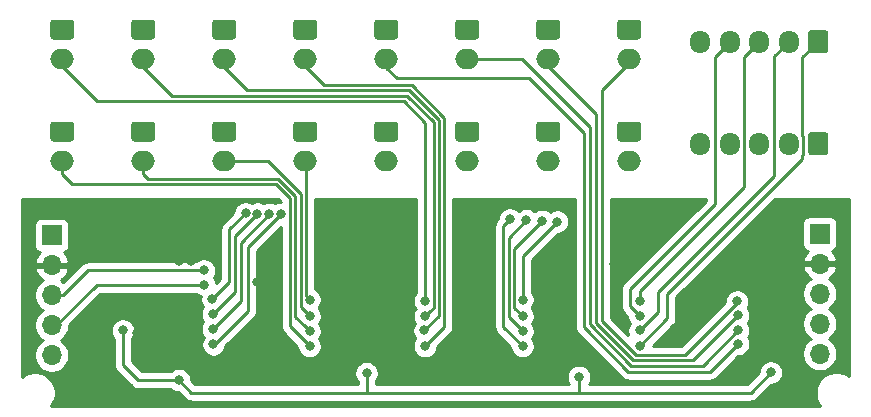
<source format=gbr>
%TF.GenerationSoftware,KiCad,Pcbnew,(5.1.9)-1*%
%TF.CreationDate,2022-02-13T18:11:30+09:00*%
%TF.ProjectId,joystick-input,6a6f7973-7469-4636-9b2d-696e7075742e,rev?*%
%TF.SameCoordinates,Original*%
%TF.FileFunction,Copper,L2,Bot*%
%TF.FilePolarity,Positive*%
%FSLAX46Y46*%
G04 Gerber Fmt 4.6, Leading zero omitted, Abs format (unit mm)*
G04 Created by KiCad (PCBNEW (5.1.9)-1) date 2022-02-13 18:11:30*
%MOMM*%
%LPD*%
G01*
G04 APERTURE LIST*
%TA.AperFunction,ComponentPad*%
%ADD10O,2.000000X1.700000*%
%TD*%
%TA.AperFunction,ComponentPad*%
%ADD11O,1.700000X1.950000*%
%TD*%
%TA.AperFunction,ComponentPad*%
%ADD12O,1.700000X1.700000*%
%TD*%
%TA.AperFunction,ComponentPad*%
%ADD13R,1.700000X1.700000*%
%TD*%
%TA.AperFunction,ViaPad*%
%ADD14C,0.800000*%
%TD*%
%TA.AperFunction,Conductor*%
%ADD15C,0.250000*%
%TD*%
%TA.AperFunction,Conductor*%
%ADD16C,0.254000*%
%TD*%
%TA.AperFunction,Conductor*%
%ADD17C,0.100000*%
%TD*%
G04 APERTURE END LIST*
D10*
%TO.P,J19,2*%
%TO.N,/C_P1_R*%
X97790000Y-67016000D03*
%TO.P,J19,1*%
%TO.N,/C_SHORT*%
%TA.AperFunction,ComponentPad*%
G36*
G01*
X97040000Y-63666000D02*
X98540000Y-63666000D01*
G75*
G02*
X98790000Y-63916000I0J-250000D01*
G01*
X98790000Y-65116000D01*
G75*
G02*
X98540000Y-65366000I-250000J0D01*
G01*
X97040000Y-65366000D01*
G75*
G02*
X96790000Y-65116000I0J250000D01*
G01*
X96790000Y-63916000D01*
G75*
G02*
X97040000Y-63666000I250000J0D01*
G01*
G37*
%TD.AperFunction*%
%TD*%
%TO.P,J18,2*%
%TO.N,/C_P1_L*%
X104648000Y-67016000D03*
%TO.P,J18,1*%
%TO.N,/C_SHORT*%
%TA.AperFunction,ComponentPad*%
G36*
G01*
X103898000Y-63666000D02*
X105398000Y-63666000D01*
G75*
G02*
X105648000Y-63916000I0J-250000D01*
G01*
X105648000Y-65116000D01*
G75*
G02*
X105398000Y-65366000I-250000J0D01*
G01*
X103898000Y-65366000D01*
G75*
G02*
X103648000Y-65116000I0J250000D01*
G01*
X103648000Y-63916000D01*
G75*
G02*
X103898000Y-63666000I250000J0D01*
G01*
G37*
%TD.AperFunction*%
%TD*%
%TO.P,J17,2*%
%TO.N,/C_P1_Y*%
X111506000Y-67016000D03*
%TO.P,J17,1*%
%TO.N,/C_SHORT*%
%TA.AperFunction,ComponentPad*%
G36*
G01*
X110756000Y-63666000D02*
X112256000Y-63666000D01*
G75*
G02*
X112506000Y-63916000I0J-250000D01*
G01*
X112506000Y-65116000D01*
G75*
G02*
X112256000Y-65366000I-250000J0D01*
G01*
X110756000Y-65366000D01*
G75*
G02*
X110506000Y-65116000I0J250000D01*
G01*
X110506000Y-63916000D01*
G75*
G02*
X110756000Y-63666000I250000J0D01*
G01*
G37*
%TD.AperFunction*%
%TD*%
%TO.P,J16,2*%
%TO.N,/C_P1_X*%
X118364000Y-67016000D03*
%TO.P,J16,1*%
%TO.N,/C_SHORT*%
%TA.AperFunction,ComponentPad*%
G36*
G01*
X117614000Y-63666000D02*
X119114000Y-63666000D01*
G75*
G02*
X119364000Y-63916000I0J-250000D01*
G01*
X119364000Y-65116000D01*
G75*
G02*
X119114000Y-65366000I-250000J0D01*
G01*
X117614000Y-65366000D01*
G75*
G02*
X117364000Y-65116000I0J250000D01*
G01*
X117364000Y-63916000D01*
G75*
G02*
X117614000Y-63666000I250000J0D01*
G01*
G37*
%TD.AperFunction*%
%TD*%
%TO.P,J15,2*%
%TO.N,/C_P1_B*%
X125222000Y-67016000D03*
%TO.P,J15,1*%
%TO.N,/C_SHORT*%
%TA.AperFunction,ComponentPad*%
G36*
G01*
X124472000Y-63666000D02*
X125972000Y-63666000D01*
G75*
G02*
X126222000Y-63916000I0J-250000D01*
G01*
X126222000Y-65116000D01*
G75*
G02*
X125972000Y-65366000I-250000J0D01*
G01*
X124472000Y-65366000D01*
G75*
G02*
X124222000Y-65116000I0J250000D01*
G01*
X124222000Y-63916000D01*
G75*
G02*
X124472000Y-63666000I250000J0D01*
G01*
G37*
%TD.AperFunction*%
%TD*%
%TO.P,J14,2*%
%TO.N,/C_P1_A*%
X132080000Y-67016000D03*
%TO.P,J14,1*%
%TO.N,/C_SHORT*%
%TA.AperFunction,ComponentPad*%
G36*
G01*
X131330000Y-63666000D02*
X132830000Y-63666000D01*
G75*
G02*
X133080000Y-63916000I0J-250000D01*
G01*
X133080000Y-65116000D01*
G75*
G02*
X132830000Y-65366000I-250000J0D01*
G01*
X131330000Y-65366000D01*
G75*
G02*
X131080000Y-65116000I0J250000D01*
G01*
X131080000Y-63916000D01*
G75*
G02*
X131330000Y-63666000I250000J0D01*
G01*
G37*
%TD.AperFunction*%
%TD*%
%TO.P,J13,2*%
%TO.N,/C_P1_SELECT*%
X138938000Y-67016000D03*
%TO.P,J13,1*%
%TO.N,/C_SHORT*%
%TA.AperFunction,ComponentPad*%
G36*
G01*
X138188000Y-63666000D02*
X139688000Y-63666000D01*
G75*
G02*
X139938000Y-63916000I0J-250000D01*
G01*
X139938000Y-65116000D01*
G75*
G02*
X139688000Y-65366000I-250000J0D01*
G01*
X138188000Y-65366000D01*
G75*
G02*
X137938000Y-65116000I0J250000D01*
G01*
X137938000Y-63916000D01*
G75*
G02*
X138188000Y-63666000I250000J0D01*
G01*
G37*
%TD.AperFunction*%
%TD*%
%TO.P,J29,2*%
%TO.N,/C_P2_R*%
X97790000Y-75652000D03*
%TO.P,J29,1*%
%TO.N,/C_SHORT*%
%TA.AperFunction,ComponentPad*%
G36*
G01*
X97040000Y-72302000D02*
X98540000Y-72302000D01*
G75*
G02*
X98790000Y-72552000I0J-250000D01*
G01*
X98790000Y-73752000D01*
G75*
G02*
X98540000Y-74002000I-250000J0D01*
G01*
X97040000Y-74002000D01*
G75*
G02*
X96790000Y-73752000I0J250000D01*
G01*
X96790000Y-72552000D01*
G75*
G02*
X97040000Y-72302000I250000J0D01*
G01*
G37*
%TD.AperFunction*%
%TD*%
%TO.P,J28,2*%
%TO.N,/C_P2_L*%
X104648000Y-75652000D03*
%TO.P,J28,1*%
%TO.N,/C_SHORT*%
%TA.AperFunction,ComponentPad*%
G36*
G01*
X103898000Y-72302000D02*
X105398000Y-72302000D01*
G75*
G02*
X105648000Y-72552000I0J-250000D01*
G01*
X105648000Y-73752000D01*
G75*
G02*
X105398000Y-74002000I-250000J0D01*
G01*
X103898000Y-74002000D01*
G75*
G02*
X103648000Y-73752000I0J250000D01*
G01*
X103648000Y-72552000D01*
G75*
G02*
X103898000Y-72302000I250000J0D01*
G01*
G37*
%TD.AperFunction*%
%TD*%
%TO.P,J27,2*%
%TO.N,/C_P2_Y*%
X111506000Y-75652000D03*
%TO.P,J27,1*%
%TO.N,/C_SHORT*%
%TA.AperFunction,ComponentPad*%
G36*
G01*
X110756000Y-72302000D02*
X112256000Y-72302000D01*
G75*
G02*
X112506000Y-72552000I0J-250000D01*
G01*
X112506000Y-73752000D01*
G75*
G02*
X112256000Y-74002000I-250000J0D01*
G01*
X110756000Y-74002000D01*
G75*
G02*
X110506000Y-73752000I0J250000D01*
G01*
X110506000Y-72552000D01*
G75*
G02*
X110756000Y-72302000I250000J0D01*
G01*
G37*
%TD.AperFunction*%
%TD*%
%TO.P,J26,2*%
%TO.N,/C_P2_X*%
X118364000Y-75652000D03*
%TO.P,J26,1*%
%TO.N,/C_SHORT*%
%TA.AperFunction,ComponentPad*%
G36*
G01*
X117614000Y-72302000D02*
X119114000Y-72302000D01*
G75*
G02*
X119364000Y-72552000I0J-250000D01*
G01*
X119364000Y-73752000D01*
G75*
G02*
X119114000Y-74002000I-250000J0D01*
G01*
X117614000Y-74002000D01*
G75*
G02*
X117364000Y-73752000I0J250000D01*
G01*
X117364000Y-72552000D01*
G75*
G02*
X117614000Y-72302000I250000J0D01*
G01*
G37*
%TD.AperFunction*%
%TD*%
%TO.P,J25,2*%
%TO.N,/C_P2_B*%
X125222000Y-75652000D03*
%TO.P,J25,1*%
%TO.N,/C_SHORT*%
%TA.AperFunction,ComponentPad*%
G36*
G01*
X124472000Y-72302000D02*
X125972000Y-72302000D01*
G75*
G02*
X126222000Y-72552000I0J-250000D01*
G01*
X126222000Y-73752000D01*
G75*
G02*
X125972000Y-74002000I-250000J0D01*
G01*
X124472000Y-74002000D01*
G75*
G02*
X124222000Y-73752000I0J250000D01*
G01*
X124222000Y-72552000D01*
G75*
G02*
X124472000Y-72302000I250000J0D01*
G01*
G37*
%TD.AperFunction*%
%TD*%
%TO.P,J24,2*%
%TO.N,/C_P2_A*%
X132080000Y-75652000D03*
%TO.P,J24,1*%
%TO.N,/C_SHORT*%
%TA.AperFunction,ComponentPad*%
G36*
G01*
X131330000Y-72302000D02*
X132830000Y-72302000D01*
G75*
G02*
X133080000Y-72552000I0J-250000D01*
G01*
X133080000Y-73752000D01*
G75*
G02*
X132830000Y-74002000I-250000J0D01*
G01*
X131330000Y-74002000D01*
G75*
G02*
X131080000Y-73752000I0J250000D01*
G01*
X131080000Y-72552000D01*
G75*
G02*
X131330000Y-72302000I250000J0D01*
G01*
G37*
%TD.AperFunction*%
%TD*%
%TO.P,J23,2*%
%TO.N,/C_P2_SELECT*%
X138938000Y-75652000D03*
%TO.P,J23,1*%
%TO.N,/C_SHORT*%
%TA.AperFunction,ComponentPad*%
G36*
G01*
X138188000Y-72302000D02*
X139688000Y-72302000D01*
G75*
G02*
X139938000Y-72552000I0J-250000D01*
G01*
X139938000Y-73752000D01*
G75*
G02*
X139688000Y-74002000I-250000J0D01*
G01*
X138188000Y-74002000D01*
G75*
G02*
X137938000Y-73752000I0J250000D01*
G01*
X137938000Y-72552000D01*
G75*
G02*
X138188000Y-72302000I250000J0D01*
G01*
G37*
%TD.AperFunction*%
%TD*%
%TO.P,J12,2*%
%TO.N,/C_P1_START*%
X145796000Y-67016000D03*
%TO.P,J12,1*%
%TO.N,/C_SHORT*%
%TA.AperFunction,ComponentPad*%
G36*
G01*
X145046000Y-63666000D02*
X146546000Y-63666000D01*
G75*
G02*
X146796000Y-63916000I0J-250000D01*
G01*
X146796000Y-65116000D01*
G75*
G02*
X146546000Y-65366000I-250000J0D01*
G01*
X145046000Y-65366000D01*
G75*
G02*
X144796000Y-65116000I0J250000D01*
G01*
X144796000Y-63916000D01*
G75*
G02*
X145046000Y-63666000I250000J0D01*
G01*
G37*
%TD.AperFunction*%
%TD*%
D11*
%TO.P,J11,5*%
%TO.N,/C_SHORT*%
X151798000Y-65532000D03*
%TO.P,J11,4*%
%TO.N,/C_P1_LEFT*%
X154298000Y-65532000D03*
%TO.P,J11,3*%
%TO.N,/C_P1_RIGHT*%
X156798000Y-65532000D03*
%TO.P,J11,2*%
%TO.N,/C_P1_DOWN*%
X159298000Y-65532000D03*
%TO.P,J11,1*%
%TO.N,/C_P1_UP*%
%TA.AperFunction,ComponentPad*%
G36*
G01*
X162648000Y-64807000D02*
X162648000Y-66257000D01*
G75*
G02*
X162398000Y-66507000I-250000J0D01*
G01*
X161198000Y-66507000D01*
G75*
G02*
X160948000Y-66257000I0J250000D01*
G01*
X160948000Y-64807000D01*
G75*
G02*
X161198000Y-64557000I250000J0D01*
G01*
X162398000Y-64557000D01*
G75*
G02*
X162648000Y-64807000I0J-250000D01*
G01*
G37*
%TD.AperFunction*%
%TD*%
D10*
%TO.P,J22,2*%
%TO.N,/C_P2_START*%
X145796000Y-75652000D03*
%TO.P,J22,1*%
%TO.N,/C_SHORT*%
%TA.AperFunction,ComponentPad*%
G36*
G01*
X145046000Y-72302000D02*
X146546000Y-72302000D01*
G75*
G02*
X146796000Y-72552000I0J-250000D01*
G01*
X146796000Y-73752000D01*
G75*
G02*
X146546000Y-74002000I-250000J0D01*
G01*
X145046000Y-74002000D01*
G75*
G02*
X144796000Y-73752000I0J250000D01*
G01*
X144796000Y-72552000D01*
G75*
G02*
X145046000Y-72302000I250000J0D01*
G01*
G37*
%TD.AperFunction*%
%TD*%
D11*
%TO.P,J21,5*%
%TO.N,/C_SHORT*%
X151798000Y-74168000D03*
%TO.P,J21,4*%
%TO.N,/C_P2_LEFT*%
X154298000Y-74168000D03*
%TO.P,J21,3*%
%TO.N,/C_P2_RIGHT*%
X156798000Y-74168000D03*
%TO.P,J21,2*%
%TO.N,/C_P2_DOWN*%
X159298000Y-74168000D03*
%TO.P,J21,1*%
%TO.N,/C_P2_UP*%
%TA.AperFunction,ComponentPad*%
G36*
G01*
X162648000Y-73443000D02*
X162648000Y-74893000D01*
G75*
G02*
X162398000Y-75143000I-250000J0D01*
G01*
X161198000Y-75143000D01*
G75*
G02*
X160948000Y-74893000I0J250000D01*
G01*
X160948000Y-73443000D01*
G75*
G02*
X161198000Y-73193000I250000J0D01*
G01*
X162398000Y-73193000D01*
G75*
G02*
X162648000Y-73443000I0J-250000D01*
G01*
G37*
%TD.AperFunction*%
%TD*%
D12*
%TO.P,OUT1,5*%
%TO.N,/D_OUT*%
X161925000Y-91948000D03*
%TO.P,OUT1,4*%
%TO.N,/CLK*%
X161925000Y-89408000D03*
%TO.P,OUT1,3*%
%TO.N,/LOAD*%
X161925000Y-86868000D03*
%TO.P,OUT1,2*%
%TO.N,GND*%
X161925000Y-84328000D03*
D13*
%TO.P,OUT1,1*%
%TO.N,VCC*%
X161925000Y-81788000D03*
%TD*%
D12*
%TO.P,IN1,5*%
%TO.N,/D_IN*%
X96901000Y-92075000D03*
%TO.P,IN1,4*%
%TO.N,/CLK*%
X96901000Y-89535000D03*
%TO.P,IN1,3*%
%TO.N,/LOAD*%
X96901000Y-86995000D03*
%TO.P,IN1,2*%
%TO.N,GND*%
X96901000Y-84455000D03*
D13*
%TO.P,IN1,1*%
%TO.N,VCC*%
X96901000Y-81915000D03*
%TD*%
D14*
%TO.N,/PULL*%
X141541492Y-93916490D03*
X123571001Y-93598999D03*
X157797494Y-93535491D03*
X102933494Y-89979500D03*
X107671506Y-94194994D03*
%TO.N,GND*%
X114617500Y-90551000D03*
X127508000Y-84328000D03*
X120650000Y-93345000D03*
X123571000Y-89662000D03*
X126809500Y-93408500D03*
X138366500Y-93535500D03*
X132651500Y-89598500D03*
X109220000Y-92837000D03*
X132778500Y-85852000D03*
X150812500Y-89281000D03*
X148780500Y-81661000D03*
X158115000Y-81534000D03*
X145669000Y-84328000D03*
X156654500Y-81534000D03*
X147447000Y-81597500D03*
X157607000Y-86360000D03*
X141732000Y-91376500D03*
X156718000Y-92456000D03*
X159004000Y-92456000D03*
X146113500Y-81597500D03*
X126174500Y-84328000D03*
X124650500Y-84328000D03*
X104140000Y-90170012D03*
X114263010Y-85852000D03*
X107696000Y-84074000D03*
X108712000Y-84074000D03*
X144526000Y-84328000D03*
%TO.N,/LOAD*%
X109791500Y-84899500D03*
%TO.N,/CLK*%
X109791500Y-86106000D03*
%TO.N,/C_P1_START*%
X154939980Y-87519510D03*
%TO.N,/C_P1_SELECT*%
X155003500Y-88709500D03*
%TO.N,/C_P1_A*%
X155003503Y-89979513D03*
%TO.N,/C_P1_B*%
X155003500Y-91122500D03*
%TO.N,/C_P1_UP*%
X146685000Y-91313000D03*
%TO.N,/C_P1_DOWN*%
X146685000Y-89979500D03*
%TO.N,/C_P1_LEFT*%
X146685000Y-88773000D03*
%TO.N,/C_P1_RIGHT*%
X146685000Y-87503000D03*
%TO.N,/C_P1_X*%
X128524000Y-91313000D03*
%TO.N,/C_P1_Y*%
X128460506Y-89979500D03*
%TO.N,/C_P1_L*%
X128528660Y-88773000D03*
%TO.N,/C_P1_R*%
X128528660Y-87479701D03*
%TO.N,/C_P2_START*%
X110591600Y-91160600D03*
X116332000Y-80130956D03*
%TO.N,/C_P2_SELECT*%
X110553500Y-89852500D03*
X115318280Y-80119356D03*
%TO.N,/C_P2_A*%
X110553500Y-88582500D03*
X114318458Y-80093859D03*
%TO.N,/C_P2_B*%
X110515400Y-87350600D03*
X113318898Y-80063810D03*
%TO.N,/C_P2_UP*%
X136779000Y-87376000D03*
X139700000Y-80772000D03*
%TO.N,/C_P2_DOWN*%
X136779000Y-88773000D03*
X138430000Y-80708500D03*
%TO.N,/C_P2_LEFT*%
X136779000Y-90043000D03*
X137096500Y-80645000D03*
%TO.N,/C_P2_RIGHT*%
X136779000Y-91313000D03*
X135699500Y-80580967D03*
%TO.N,/C_P2_X*%
X118744998Y-87376000D03*
%TO.N,/C_P2_Y*%
X118745000Y-88773000D03*
%TO.N,/C_P2_L*%
X118745000Y-90043000D03*
%TO.N,/C_P2_R*%
X118745000Y-91313000D03*
%TD*%
D15*
%TO.N,/PULL*%
X123571000Y-93599000D02*
X123571001Y-93598999D01*
X123571000Y-95250000D02*
X123571000Y-93599000D01*
X126746000Y-95250000D02*
X123571000Y-95250000D01*
X141541492Y-95186492D02*
X141541492Y-93916490D01*
X141605000Y-95250000D02*
X141541492Y-95186492D01*
X148336000Y-95250000D02*
X141605000Y-95250000D01*
X148336000Y-95250000D02*
X156082985Y-95250000D01*
X156082985Y-95250000D02*
X157797494Y-93535491D01*
X102933494Y-89979500D02*
X102933494Y-92900494D01*
X148336000Y-95250000D02*
X108726512Y-95250000D01*
X108726512Y-95250000D02*
X107671506Y-94194994D01*
X102933494Y-92900494D02*
X104227994Y-94194994D01*
X104227994Y-94194994D02*
X107671506Y-94194994D01*
%TO.N,/LOAD*%
X97847002Y-86995000D02*
X96901000Y-86995000D01*
X99942502Y-84899500D02*
X97847002Y-86995000D01*
X109791500Y-84899500D02*
X99942502Y-84899500D01*
%TO.N,/CLK*%
X100711000Y-86106000D02*
X109791500Y-86106000D01*
X97282000Y-89535000D02*
X100711000Y-86106000D01*
X96901000Y-89535000D02*
X97282000Y-89535000D01*
%TO.N,/C_P1_START*%
X145796000Y-67373500D02*
X145796000Y-67016000D01*
X143510000Y-69659500D02*
X145796000Y-67373500D01*
X143510000Y-89211004D02*
X143510000Y-69659500D01*
X146336997Y-92038001D02*
X143510000Y-89211004D01*
X150531999Y-92038001D02*
X146336997Y-92038001D01*
X154939980Y-87630020D02*
X150531999Y-92038001D01*
X154939980Y-87519510D02*
X154939980Y-87630020D01*
%TO.N,/C_P1_SELECT*%
X138938000Y-67627500D02*
X138938000Y-67016000D01*
X143002000Y-89339414D02*
X143002000Y-71691500D01*
X143002000Y-71691500D02*
X138938000Y-67627500D01*
X146150596Y-92488010D02*
X143002000Y-89339414D01*
X151224989Y-92488011D02*
X146150596Y-92488010D01*
X155003500Y-88709500D02*
X151224989Y-92488011D01*
%TO.N,/C_P1_A*%
X152019016Y-92964000D02*
X155003503Y-89979513D01*
X145990176Y-92964000D02*
X152019016Y-92964000D01*
X142494000Y-89467824D02*
X145990176Y-92964000D01*
X142494000Y-72771000D02*
X142494000Y-89467824D01*
X136739000Y-67016000D02*
X142494000Y-72771000D01*
X132080000Y-67016000D02*
X136739000Y-67016000D01*
%TO.N,/C_P1_B*%
X152654000Y-93472000D02*
X155003500Y-91122500D01*
X145732500Y-93472000D02*
X152654000Y-93472000D01*
X141986000Y-89725500D02*
X145732500Y-93472000D01*
X141986000Y-73279000D02*
X141986000Y-89725500D01*
X137350500Y-68643500D02*
X141986000Y-73279000D01*
X126111000Y-68643500D02*
X137350500Y-68643500D01*
X125222000Y-67754500D02*
X126111000Y-68643500D01*
X125222000Y-67016000D02*
X125222000Y-67754500D01*
%TO.N,/C_P1_UP*%
X160464500Y-66865500D02*
X161798000Y-65532000D01*
X160464500Y-73547785D02*
X160464500Y-66865500D01*
X160473010Y-73556295D02*
X160464500Y-73547785D01*
X160473010Y-75160705D02*
X160473010Y-73556295D01*
X160464500Y-75169215D02*
X160473010Y-75160705D01*
X160464500Y-75438000D02*
X160464500Y-75169215D01*
X149034500Y-86868000D02*
X160464500Y-75438000D01*
X149034500Y-88963500D02*
X149034500Y-86868000D01*
X146685000Y-91313000D02*
X149034500Y-88963500D01*
%TO.N,/C_P1_DOWN*%
X148209000Y-88455500D02*
X146685000Y-89979500D01*
X148209000Y-86741000D02*
X148209000Y-88455500D01*
X158051500Y-76898500D02*
X148209000Y-86741000D01*
X158051500Y-66778500D02*
X158051500Y-76898500D01*
X159298000Y-65532000D02*
X158051500Y-66778500D01*
%TO.N,/C_P1_LEFT*%
X145859500Y-87947500D02*
X146685000Y-88773000D01*
X145859500Y-86487000D02*
X145859500Y-87947500D01*
X153035000Y-79311500D02*
X145859500Y-86487000D01*
X153035000Y-66795000D02*
X153035000Y-79311500D01*
X154298000Y-65532000D02*
X153035000Y-66795000D01*
%TO.N,/C_P1_RIGHT*%
X155511500Y-66818500D02*
X156798000Y-65532000D01*
X155511500Y-77851000D02*
X155511500Y-66818500D01*
X146748500Y-86614000D02*
X155511500Y-77851000D01*
X146748500Y-87439500D02*
X146748500Y-86614000D01*
X146685000Y-87503000D02*
X146748500Y-87439500D01*
%TO.N,/C_P1_X*%
X118364000Y-67627500D02*
X118364000Y-67016000D01*
X119951500Y-69215000D02*
X118364000Y-67627500D01*
X127383822Y-69215000D02*
X119951500Y-69215000D01*
X130153683Y-71984861D02*
X127383822Y-69215000D01*
X130153683Y-89683317D02*
X130153683Y-71984861D01*
X128524000Y-91313000D02*
X130153683Y-89683317D01*
%TO.N,/C_P1_Y*%
X113480011Y-69665011D02*
X111506000Y-67691000D01*
X127197422Y-69665011D02*
X113480011Y-69665011D01*
X129703672Y-72171261D02*
X127197422Y-69665011D01*
X129703672Y-88736335D02*
X129703672Y-72171261D01*
X111506000Y-67691000D02*
X111506000Y-67016000D01*
X128460506Y-89979500D02*
X129703672Y-88736335D01*
%TO.N,/C_P1_L*%
X128928659Y-88373001D02*
X128528660Y-88773000D01*
X129253661Y-88047999D02*
X128928659Y-88373001D01*
X129253661Y-72357661D02*
X129253661Y-88047999D01*
X127011022Y-70115022D02*
X129253661Y-72357661D01*
X107072022Y-70115022D02*
X127011022Y-70115022D01*
X104648000Y-67691000D02*
X107072022Y-70115022D01*
X104648000Y-67016000D02*
X104648000Y-67691000D01*
%TO.N,/C_P1_R*%
X128528660Y-72394660D02*
X128528660Y-86914016D01*
X126699033Y-70565033D02*
X128528660Y-72394660D01*
X100727533Y-70565033D02*
X126699033Y-70565033D01*
X97790000Y-67627500D02*
X100727533Y-70565033D01*
X128528660Y-86914016D02*
X128528660Y-87479701D01*
X97790000Y-67016000D02*
X97790000Y-67627500D01*
%TO.N,/C_P2_START*%
X113538000Y-82924956D02*
X116332000Y-80130956D01*
X113538000Y-88328500D02*
X113538000Y-82924956D01*
X110705900Y-91160600D02*
X113538000Y-88328500D01*
X110591600Y-91160600D02*
X110705900Y-91160600D01*
%TO.N,/C_P2_SELECT*%
X112897489Y-87508511D02*
X112897489Y-82540147D01*
X110553500Y-89852500D02*
X112897489Y-87508511D01*
X112897489Y-82540147D02*
X115318280Y-80119356D01*
%TO.N,/C_P2_A*%
X110553500Y-88582500D02*
X112447478Y-86688522D01*
X112447478Y-81964839D02*
X114318458Y-80093859D01*
X112447478Y-86688522D02*
X112447478Y-81964839D01*
%TO.N,/C_P2_B*%
X111950500Y-81432208D02*
X113318898Y-80063810D01*
X111950500Y-85915500D02*
X111950500Y-81432208D01*
X110515400Y-87350600D02*
X111950500Y-85915500D01*
%TO.N,/C_P2_UP*%
X136779000Y-87376000D02*
X136779000Y-83693000D01*
X136779000Y-83693000D02*
X139700000Y-80772000D01*
%TO.N,/C_P2_DOWN*%
X136779000Y-88773000D02*
X136053999Y-88047999D01*
X136053999Y-88047999D02*
X136053999Y-83084501D01*
X136053999Y-83084501D02*
X138430000Y-80708500D01*
%TO.N,/C_P2_LEFT*%
X135603990Y-82137510D02*
X137096500Y-80645000D01*
X135603990Y-88867990D02*
X135603990Y-82137510D01*
X136779000Y-90043000D02*
X135603990Y-88867990D01*
%TO.N,/C_P2_RIGHT*%
X135153981Y-81126486D02*
X135699500Y-80580967D01*
X135153981Y-89687981D02*
X135153981Y-81126486D01*
X136779000Y-91313000D02*
X135153981Y-89687981D01*
%TO.N,/C_P2_X*%
X118364000Y-75652000D02*
X118427500Y-75715500D01*
X118427500Y-75715500D02*
X118427500Y-87058502D01*
X118427500Y-87058502D02*
X118744998Y-87376000D01*
%TO.N,/C_P2_Y*%
X115212500Y-75652000D02*
X111506000Y-75652000D01*
X117977489Y-88005489D02*
X117977489Y-78416989D01*
X117977489Y-78416989D02*
X115212500Y-75652000D01*
X118745000Y-88773000D02*
X117977489Y-88005489D01*
%TO.N,/C_P2_L*%
X118345001Y-89643001D02*
X118745000Y-90043000D01*
X117527478Y-88825478D02*
X118345001Y-89643001D01*
X104648000Y-76752000D02*
X105056858Y-77160858D01*
X117527478Y-78603388D02*
X117527478Y-88825478D01*
X116084948Y-77160858D02*
X117527478Y-78603388D01*
X104648000Y-75652000D02*
X104648000Y-76752000D01*
X105056858Y-77160858D02*
X116084948Y-77160858D01*
%TO.N,/C_P2_R*%
X97790000Y-76752000D02*
X97790000Y-75652000D01*
X115898549Y-77610869D02*
X98648869Y-77610869D01*
X118745000Y-91313000D02*
X117077467Y-89645467D01*
X98648869Y-77610869D02*
X97790000Y-76752000D01*
X117077467Y-89645467D02*
X117077467Y-78789787D01*
X117077467Y-78789787D02*
X115898549Y-77610869D01*
%TD*%
D16*
%TO.N,GND*%
X116308834Y-79095956D02*
X116230061Y-79095956D01*
X116030102Y-79135730D01*
X115841744Y-79213751D01*
X115833820Y-79219045D01*
X115808536Y-79202151D01*
X115620178Y-79124130D01*
X115420219Y-79084356D01*
X115216341Y-79084356D01*
X115016382Y-79124130D01*
X114839660Y-79197331D01*
X114808714Y-79176654D01*
X114620356Y-79098633D01*
X114420397Y-79058859D01*
X114216519Y-79058859D01*
X114016560Y-79098633D01*
X113844205Y-79170025D01*
X113809154Y-79146605D01*
X113620796Y-79068584D01*
X113420837Y-79028810D01*
X113216959Y-79028810D01*
X113017000Y-79068584D01*
X112828642Y-79146605D01*
X112659124Y-79259873D01*
X112514961Y-79404036D01*
X112401693Y-79573554D01*
X112323672Y-79761912D01*
X112283898Y-79961871D01*
X112283898Y-80024008D01*
X111439498Y-80868409D01*
X111410500Y-80892207D01*
X111386702Y-80921205D01*
X111386701Y-80921206D01*
X111315526Y-81007932D01*
X111244954Y-81139962D01*
X111214680Y-81239766D01*
X111201498Y-81283222D01*
X111191483Y-81384904D01*
X111186824Y-81432208D01*
X111190501Y-81469540D01*
X111190500Y-85600698D01*
X110819969Y-85971229D01*
X110786726Y-85804102D01*
X110708705Y-85615744D01*
X110633205Y-85502750D01*
X110708705Y-85389756D01*
X110786726Y-85201398D01*
X110826500Y-85001439D01*
X110826500Y-84797561D01*
X110786726Y-84597602D01*
X110708705Y-84409244D01*
X110595437Y-84239726D01*
X110451274Y-84095563D01*
X110281756Y-83982295D01*
X110093398Y-83904274D01*
X109893439Y-83864500D01*
X109689561Y-83864500D01*
X109489602Y-83904274D01*
X109301244Y-83982295D01*
X109131726Y-84095563D01*
X109087789Y-84139500D01*
X99979835Y-84139500D01*
X99942502Y-84135823D01*
X99905169Y-84139500D01*
X99793516Y-84150497D01*
X99650255Y-84193954D01*
X99518226Y-84264526D01*
X99402501Y-84359499D01*
X99378703Y-84388497D01*
X97886654Y-85880547D01*
X97847632Y-85841525D01*
X97665466Y-85719805D01*
X97782355Y-85650178D01*
X97998588Y-85455269D01*
X98172641Y-85221920D01*
X98297825Y-84959099D01*
X98342476Y-84811890D01*
X98221155Y-84582000D01*
X97028000Y-84582000D01*
X97028000Y-84602000D01*
X96774000Y-84602000D01*
X96774000Y-84582000D01*
X95580845Y-84582000D01*
X95459524Y-84811890D01*
X95504175Y-84959099D01*
X95629359Y-85221920D01*
X95803412Y-85455269D01*
X96019645Y-85650178D01*
X96136534Y-85719805D01*
X95954368Y-85841525D01*
X95747525Y-86048368D01*
X95585010Y-86291589D01*
X95473068Y-86561842D01*
X95416000Y-86848740D01*
X95416000Y-87141260D01*
X95473068Y-87428158D01*
X95585010Y-87698411D01*
X95747525Y-87941632D01*
X95954368Y-88148475D01*
X96128760Y-88265000D01*
X95954368Y-88381525D01*
X95747525Y-88588368D01*
X95585010Y-88831589D01*
X95473068Y-89101842D01*
X95416000Y-89388740D01*
X95416000Y-89681260D01*
X95473068Y-89968158D01*
X95585010Y-90238411D01*
X95747525Y-90481632D01*
X95954368Y-90688475D01*
X96128760Y-90805000D01*
X95954368Y-90921525D01*
X95747525Y-91128368D01*
X95585010Y-91371589D01*
X95473068Y-91641842D01*
X95416000Y-91928740D01*
X95416000Y-92221260D01*
X95473068Y-92508158D01*
X95585010Y-92778411D01*
X95747525Y-93021632D01*
X95954368Y-93228475D01*
X96197589Y-93390990D01*
X96467842Y-93502932D01*
X96754740Y-93560000D01*
X97047260Y-93560000D01*
X97334158Y-93502932D01*
X97604411Y-93390990D01*
X97847632Y-93228475D01*
X98054475Y-93021632D01*
X98216990Y-92778411D01*
X98328932Y-92508158D01*
X98386000Y-92221260D01*
X98386000Y-91928740D01*
X98328932Y-91641842D01*
X98216990Y-91371589D01*
X98054475Y-91128368D01*
X97847632Y-90921525D01*
X97673240Y-90805000D01*
X97847632Y-90688475D01*
X98054475Y-90481632D01*
X98216990Y-90238411D01*
X98328932Y-89968158D01*
X98346953Y-89877561D01*
X101898494Y-89877561D01*
X101898494Y-90081439D01*
X101938268Y-90281398D01*
X102016289Y-90469756D01*
X102129557Y-90639274D01*
X102173494Y-90683211D01*
X102173495Y-92863162D01*
X102169818Y-92900494D01*
X102173495Y-92937827D01*
X102184492Y-93049480D01*
X102185199Y-93051810D01*
X102227948Y-93192740D01*
X102298520Y-93324770D01*
X102350639Y-93388276D01*
X102393494Y-93440495D01*
X102422492Y-93464293D01*
X103664199Y-94706002D01*
X103687993Y-94734995D01*
X103716986Y-94758789D01*
X103716990Y-94758793D01*
X103787679Y-94816805D01*
X103803718Y-94829968D01*
X103935747Y-94900540D01*
X104079008Y-94943997D01*
X104190661Y-94954994D01*
X104190670Y-94954994D01*
X104227993Y-94958670D01*
X104265316Y-94954994D01*
X106967795Y-94954994D01*
X107011732Y-94998931D01*
X107181250Y-95112199D01*
X107369608Y-95190220D01*
X107569567Y-95229994D01*
X107631705Y-95229994D01*
X108162713Y-95761003D01*
X108186511Y-95790001D01*
X108302236Y-95884974D01*
X108434265Y-95955546D01*
X108577526Y-95999003D01*
X108689179Y-96010000D01*
X108689187Y-96010000D01*
X108726512Y-96013676D01*
X108763837Y-96010000D01*
X123533667Y-96010000D01*
X123571000Y-96013677D01*
X123608333Y-96010000D01*
X141567678Y-96010000D01*
X141605000Y-96013676D01*
X141642323Y-96010000D01*
X156045663Y-96010000D01*
X156082985Y-96013676D01*
X156120307Y-96010000D01*
X156120318Y-96010000D01*
X156231971Y-95999003D01*
X156375232Y-95955546D01*
X156507261Y-95884974D01*
X156622986Y-95790001D01*
X156646789Y-95760997D01*
X157837296Y-94570491D01*
X157899433Y-94570491D01*
X158099392Y-94530717D01*
X158287750Y-94452696D01*
X158457268Y-94339428D01*
X158601431Y-94195265D01*
X158714699Y-94025747D01*
X158792720Y-93837389D01*
X158832494Y-93637430D01*
X158832494Y-93433552D01*
X158792720Y-93233593D01*
X158714699Y-93045235D01*
X158601431Y-92875717D01*
X158457268Y-92731554D01*
X158287750Y-92618286D01*
X158099392Y-92540265D01*
X157899433Y-92500491D01*
X157695555Y-92500491D01*
X157495596Y-92540265D01*
X157307238Y-92618286D01*
X157137720Y-92731554D01*
X156993557Y-92875717D01*
X156880289Y-93045235D01*
X156802268Y-93233593D01*
X156762494Y-93433552D01*
X156762494Y-93495689D01*
X155768184Y-94490000D01*
X142403069Y-94490000D01*
X142458697Y-94406746D01*
X142536718Y-94218388D01*
X142576492Y-94018429D01*
X142576492Y-93814551D01*
X142536718Y-93614592D01*
X142458697Y-93426234D01*
X142345429Y-93256716D01*
X142201266Y-93112553D01*
X142031748Y-92999285D01*
X141843390Y-92921264D01*
X141643431Y-92881490D01*
X141439553Y-92881490D01*
X141239594Y-92921264D01*
X141051236Y-92999285D01*
X140881718Y-93112553D01*
X140737555Y-93256716D01*
X140624287Y-93426234D01*
X140546266Y-93614592D01*
X140506492Y-93814551D01*
X140506492Y-94018429D01*
X140546266Y-94218388D01*
X140624287Y-94406746D01*
X140679915Y-94490000D01*
X124331000Y-94490000D01*
X124331000Y-94302711D01*
X124374938Y-94258773D01*
X124488206Y-94089255D01*
X124566227Y-93900897D01*
X124606001Y-93700938D01*
X124606001Y-93497060D01*
X124566227Y-93297101D01*
X124488206Y-93108743D01*
X124374938Y-92939225D01*
X124230775Y-92795062D01*
X124061257Y-92681794D01*
X123872899Y-92603773D01*
X123672940Y-92563999D01*
X123469062Y-92563999D01*
X123269103Y-92603773D01*
X123080745Y-92681794D01*
X122911227Y-92795062D01*
X122767064Y-92939225D01*
X122653796Y-93108743D01*
X122575775Y-93297101D01*
X122536001Y-93497060D01*
X122536001Y-93700938D01*
X122575775Y-93900897D01*
X122653796Y-94089255D01*
X122767064Y-94258773D01*
X122811001Y-94302710D01*
X122811000Y-94490000D01*
X109041314Y-94490000D01*
X108706506Y-94155193D01*
X108706506Y-94093055D01*
X108666732Y-93893096D01*
X108588711Y-93704738D01*
X108475443Y-93535220D01*
X108331280Y-93391057D01*
X108161762Y-93277789D01*
X107973404Y-93199768D01*
X107773445Y-93159994D01*
X107569567Y-93159994D01*
X107369608Y-93199768D01*
X107181250Y-93277789D01*
X107011732Y-93391057D01*
X106967795Y-93434994D01*
X104542797Y-93434994D01*
X103693494Y-92585693D01*
X103693494Y-90683211D01*
X103737431Y-90639274D01*
X103850699Y-90469756D01*
X103928720Y-90281398D01*
X103968494Y-90081439D01*
X103968494Y-89877561D01*
X103928720Y-89677602D01*
X103850699Y-89489244D01*
X103737431Y-89319726D01*
X103593268Y-89175563D01*
X103423750Y-89062295D01*
X103235392Y-88984274D01*
X103035433Y-88944500D01*
X102831555Y-88944500D01*
X102631596Y-88984274D01*
X102443238Y-89062295D01*
X102273720Y-89175563D01*
X102129557Y-89319726D01*
X102016289Y-89489244D01*
X101938268Y-89677602D01*
X101898494Y-89877561D01*
X98346953Y-89877561D01*
X98386000Y-89681260D01*
X98386000Y-89505801D01*
X101025802Y-86866000D01*
X109087789Y-86866000D01*
X109131726Y-86909937D01*
X109301244Y-87023205D01*
X109489602Y-87101226D01*
X109508960Y-87105077D01*
X109480400Y-87248661D01*
X109480400Y-87452539D01*
X109520174Y-87652498D01*
X109598195Y-87840856D01*
X109701231Y-87995060D01*
X109636295Y-88092244D01*
X109558274Y-88280602D01*
X109518500Y-88480561D01*
X109518500Y-88684439D01*
X109558274Y-88884398D01*
X109636295Y-89072756D01*
X109733010Y-89217500D01*
X109636295Y-89362244D01*
X109558274Y-89550602D01*
X109518500Y-89750561D01*
X109518500Y-89954439D01*
X109558274Y-90154398D01*
X109636295Y-90342756D01*
X109749563Y-90512274D01*
X109767817Y-90530528D01*
X109674395Y-90670344D01*
X109596374Y-90858702D01*
X109556600Y-91058661D01*
X109556600Y-91262539D01*
X109596374Y-91462498D01*
X109674395Y-91650856D01*
X109787663Y-91820374D01*
X109931826Y-91964537D01*
X110101344Y-92077805D01*
X110289702Y-92155826D01*
X110489661Y-92195600D01*
X110693539Y-92195600D01*
X110893498Y-92155826D01*
X111081856Y-92077805D01*
X111251374Y-91964537D01*
X111395537Y-91820374D01*
X111508805Y-91650856D01*
X111586826Y-91462498D01*
X111613648Y-91327653D01*
X114049004Y-88892298D01*
X114078001Y-88868501D01*
X114172974Y-88752776D01*
X114243546Y-88620747D01*
X114287003Y-88477486D01*
X114298000Y-88365833D01*
X114298000Y-88365824D01*
X114301676Y-88328501D01*
X114298000Y-88291178D01*
X114298000Y-83239757D01*
X116317468Y-81220290D01*
X116317467Y-89608145D01*
X116313791Y-89645467D01*
X116317467Y-89682789D01*
X116317467Y-89682799D01*
X116328464Y-89794452D01*
X116371173Y-89935247D01*
X116371921Y-89937713D01*
X116442493Y-90069743D01*
X116477383Y-90112256D01*
X116537466Y-90185468D01*
X116566470Y-90209271D01*
X117710000Y-91352802D01*
X117710000Y-91414939D01*
X117749774Y-91614898D01*
X117827795Y-91803256D01*
X117941063Y-91972774D01*
X118085226Y-92116937D01*
X118254744Y-92230205D01*
X118443102Y-92308226D01*
X118643061Y-92348000D01*
X118846939Y-92348000D01*
X119046898Y-92308226D01*
X119235256Y-92230205D01*
X119404774Y-92116937D01*
X119548937Y-91972774D01*
X119662205Y-91803256D01*
X119740226Y-91614898D01*
X119780000Y-91414939D01*
X119780000Y-91211061D01*
X119740226Y-91011102D01*
X119662205Y-90822744D01*
X119565490Y-90678000D01*
X119662205Y-90533256D01*
X119740226Y-90344898D01*
X119780000Y-90144939D01*
X119780000Y-89941061D01*
X119740226Y-89741102D01*
X119662205Y-89552744D01*
X119565490Y-89408000D01*
X119662205Y-89263256D01*
X119740226Y-89074898D01*
X119780000Y-88874939D01*
X119780000Y-88671061D01*
X119740226Y-88471102D01*
X119662205Y-88282744D01*
X119548937Y-88113226D01*
X119510210Y-88074499D01*
X119548935Y-88035774D01*
X119662203Y-87866256D01*
X119740224Y-87677898D01*
X119779998Y-87477939D01*
X119779998Y-87274061D01*
X119740224Y-87074102D01*
X119662203Y-86885744D01*
X119548935Y-86716226D01*
X119404772Y-86572063D01*
X119235254Y-86458795D01*
X119187500Y-86439015D01*
X119187500Y-78867000D01*
X127768660Y-78867000D01*
X127768661Y-86775989D01*
X127724723Y-86819927D01*
X127611455Y-86989445D01*
X127533434Y-87177803D01*
X127493660Y-87377762D01*
X127493660Y-87581640D01*
X127533434Y-87781599D01*
X127611455Y-87969957D01*
X127715954Y-88126350D01*
X127611455Y-88282744D01*
X127533434Y-88471102D01*
X127493660Y-88671061D01*
X127493660Y-88874939D01*
X127533434Y-89074898D01*
X127611455Y-89263256D01*
X127652878Y-89325250D01*
X127543301Y-89489244D01*
X127465280Y-89677602D01*
X127425506Y-89877561D01*
X127425506Y-90081439D01*
X127465280Y-90281398D01*
X127543301Y-90469756D01*
X127656569Y-90639274D01*
X127700219Y-90682924D01*
X127606795Y-90822744D01*
X127528774Y-91011102D01*
X127489000Y-91211061D01*
X127489000Y-91414939D01*
X127528774Y-91614898D01*
X127606795Y-91803256D01*
X127720063Y-91972774D01*
X127864226Y-92116937D01*
X128033744Y-92230205D01*
X128222102Y-92308226D01*
X128422061Y-92348000D01*
X128625939Y-92348000D01*
X128825898Y-92308226D01*
X129014256Y-92230205D01*
X129183774Y-92116937D01*
X129327937Y-91972774D01*
X129441205Y-91803256D01*
X129519226Y-91614898D01*
X129559000Y-91414939D01*
X129559000Y-91352801D01*
X130664687Y-90247115D01*
X130693684Y-90223318D01*
X130788657Y-90107593D01*
X130859229Y-89975564D01*
X130902686Y-89832303D01*
X130913683Y-89720650D01*
X130913683Y-89720640D01*
X130917359Y-89683317D01*
X130913683Y-89645994D01*
X130913683Y-81126486D01*
X134390305Y-81126486D01*
X134393982Y-81163818D01*
X134393981Y-89650659D01*
X134390305Y-89687981D01*
X134393981Y-89725303D01*
X134393981Y-89725313D01*
X134404978Y-89836966D01*
X134444774Y-89968158D01*
X134448435Y-89980227D01*
X134519007Y-90112257D01*
X134553592Y-90154398D01*
X134613980Y-90227982D01*
X134642984Y-90251785D01*
X135744000Y-91352802D01*
X135744000Y-91414939D01*
X135783774Y-91614898D01*
X135861795Y-91803256D01*
X135975063Y-91972774D01*
X136119226Y-92116937D01*
X136288744Y-92230205D01*
X136477102Y-92308226D01*
X136677061Y-92348000D01*
X136880939Y-92348000D01*
X137080898Y-92308226D01*
X137269256Y-92230205D01*
X137438774Y-92116937D01*
X137582937Y-91972774D01*
X137696205Y-91803256D01*
X137774226Y-91614898D01*
X137814000Y-91414939D01*
X137814000Y-91211061D01*
X137774226Y-91011102D01*
X137696205Y-90822744D01*
X137599490Y-90678000D01*
X137696205Y-90533256D01*
X137774226Y-90344898D01*
X137814000Y-90144939D01*
X137814000Y-89941061D01*
X137774226Y-89741102D01*
X137696205Y-89552744D01*
X137599490Y-89408000D01*
X137696205Y-89263256D01*
X137774226Y-89074898D01*
X137814000Y-88874939D01*
X137814000Y-88671061D01*
X137774226Y-88471102D01*
X137696205Y-88282744D01*
X137582937Y-88113226D01*
X137544211Y-88074500D01*
X137582937Y-88035774D01*
X137696205Y-87866256D01*
X137774226Y-87677898D01*
X137814000Y-87477939D01*
X137814000Y-87274061D01*
X137774226Y-87074102D01*
X137696205Y-86885744D01*
X137582937Y-86716226D01*
X137539000Y-86672289D01*
X137539000Y-84007801D01*
X139739802Y-81807000D01*
X139801939Y-81807000D01*
X140001898Y-81767226D01*
X140190256Y-81689205D01*
X140359774Y-81575937D01*
X140503937Y-81431774D01*
X140617205Y-81262256D01*
X140695226Y-81073898D01*
X140735000Y-80873939D01*
X140735000Y-80670061D01*
X140695226Y-80470102D01*
X140617205Y-80281744D01*
X140503937Y-80112226D01*
X140359774Y-79968063D01*
X140190256Y-79854795D01*
X140001898Y-79776774D01*
X139801939Y-79737000D01*
X139598061Y-79737000D01*
X139398102Y-79776774D01*
X139209744Y-79854795D01*
X139107993Y-79922782D01*
X139089774Y-79904563D01*
X138920256Y-79791295D01*
X138731898Y-79713274D01*
X138531939Y-79673500D01*
X138328061Y-79673500D01*
X138128102Y-79713274D01*
X137939744Y-79791295D01*
X137799928Y-79884717D01*
X137756274Y-79841063D01*
X137586756Y-79727795D01*
X137398398Y-79649774D01*
X137198439Y-79610000D01*
X136994561Y-79610000D01*
X136794602Y-79649774D01*
X136606244Y-79727795D01*
X136436726Y-79841063D01*
X136430017Y-79847773D01*
X136359274Y-79777030D01*
X136189756Y-79663762D01*
X136001398Y-79585741D01*
X135801439Y-79545967D01*
X135597561Y-79545967D01*
X135397602Y-79585741D01*
X135209244Y-79663762D01*
X135039726Y-79777030D01*
X134895563Y-79921193D01*
X134782295Y-80090711D01*
X134704274Y-80279069D01*
X134664500Y-80479028D01*
X134664500Y-80541166D01*
X134642979Y-80562687D01*
X134613981Y-80586485D01*
X134590183Y-80615483D01*
X134590182Y-80615484D01*
X134519007Y-80702210D01*
X134448435Y-80834240D01*
X134422122Y-80920986D01*
X134404979Y-80977500D01*
X134401982Y-81007932D01*
X134390305Y-81126486D01*
X130913683Y-81126486D01*
X130913683Y-78867000D01*
X141226000Y-78867000D01*
X141226001Y-89688167D01*
X141222324Y-89725500D01*
X141226001Y-89762833D01*
X141236998Y-89874486D01*
X141242922Y-89894014D01*
X141280454Y-90017746D01*
X141351026Y-90149776D01*
X141387583Y-90194320D01*
X141446000Y-90265501D01*
X141474998Y-90289299D01*
X145168701Y-93983003D01*
X145192499Y-94012001D01*
X145221497Y-94035799D01*
X145308223Y-94106974D01*
X145440253Y-94177546D01*
X145583514Y-94221003D01*
X145695167Y-94232000D01*
X145695176Y-94232000D01*
X145732499Y-94235676D01*
X145769822Y-94232000D01*
X152616678Y-94232000D01*
X152654000Y-94235676D01*
X152691322Y-94232000D01*
X152691333Y-94232000D01*
X152802986Y-94221003D01*
X152946247Y-94177546D01*
X153078276Y-94106974D01*
X153194001Y-94012001D01*
X153217804Y-93982997D01*
X155043302Y-92157500D01*
X155105439Y-92157500D01*
X155305398Y-92117726D01*
X155493756Y-92039705D01*
X155663274Y-91926437D01*
X155807437Y-91782274D01*
X155920705Y-91612756D01*
X155998726Y-91424398D01*
X156038500Y-91224439D01*
X156038500Y-91020561D01*
X155998726Y-90820602D01*
X155920705Y-90632244D01*
X155866425Y-90551009D01*
X155920708Y-90469769D01*
X155998729Y-90281411D01*
X156038503Y-90081452D01*
X156038503Y-89877574D01*
X155998729Y-89677615D01*
X155920708Y-89489257D01*
X155823988Y-89344504D01*
X155920705Y-89199756D01*
X155998726Y-89011398D01*
X156038500Y-88811439D01*
X156038500Y-88607561D01*
X155998726Y-88407602D01*
X155920705Y-88219244D01*
X155818961Y-88066973D01*
X155857185Y-88009766D01*
X155935206Y-87821408D01*
X155974980Y-87621449D01*
X155974980Y-87417571D01*
X155935206Y-87217612D01*
X155857185Y-87029254D01*
X155743917Y-86859736D01*
X155605921Y-86721740D01*
X160440000Y-86721740D01*
X160440000Y-87014260D01*
X160497068Y-87301158D01*
X160609010Y-87571411D01*
X160771525Y-87814632D01*
X160978368Y-88021475D01*
X161152760Y-88138000D01*
X160978368Y-88254525D01*
X160771525Y-88461368D01*
X160609010Y-88704589D01*
X160497068Y-88974842D01*
X160440000Y-89261740D01*
X160440000Y-89554260D01*
X160497068Y-89841158D01*
X160609010Y-90111411D01*
X160771525Y-90354632D01*
X160978368Y-90561475D01*
X161152760Y-90678000D01*
X160978368Y-90794525D01*
X160771525Y-91001368D01*
X160609010Y-91244589D01*
X160497068Y-91514842D01*
X160440000Y-91801740D01*
X160440000Y-92094260D01*
X160497068Y-92381158D01*
X160609010Y-92651411D01*
X160771525Y-92894632D01*
X160978368Y-93101475D01*
X161221589Y-93263990D01*
X161491842Y-93375932D01*
X161778740Y-93433000D01*
X162071260Y-93433000D01*
X162358158Y-93375932D01*
X162628411Y-93263990D01*
X162871632Y-93101475D01*
X163078475Y-92894632D01*
X163240990Y-92651411D01*
X163352932Y-92381158D01*
X163410000Y-92094260D01*
X163410000Y-91801740D01*
X163352932Y-91514842D01*
X163240990Y-91244589D01*
X163078475Y-91001368D01*
X162871632Y-90794525D01*
X162697240Y-90678000D01*
X162871632Y-90561475D01*
X163078475Y-90354632D01*
X163240990Y-90111411D01*
X163352932Y-89841158D01*
X163410000Y-89554260D01*
X163410000Y-89261740D01*
X163352932Y-88974842D01*
X163240990Y-88704589D01*
X163078475Y-88461368D01*
X162871632Y-88254525D01*
X162697240Y-88138000D01*
X162871632Y-88021475D01*
X163078475Y-87814632D01*
X163240990Y-87571411D01*
X163352932Y-87301158D01*
X163410000Y-87014260D01*
X163410000Y-86721740D01*
X163352932Y-86434842D01*
X163240990Y-86164589D01*
X163078475Y-85921368D01*
X162871632Y-85714525D01*
X162689466Y-85592805D01*
X162806355Y-85523178D01*
X163022588Y-85328269D01*
X163196641Y-85094920D01*
X163321825Y-84832099D01*
X163366476Y-84684890D01*
X163245155Y-84455000D01*
X162052000Y-84455000D01*
X162052000Y-84475000D01*
X161798000Y-84475000D01*
X161798000Y-84455000D01*
X160604845Y-84455000D01*
X160483524Y-84684890D01*
X160528175Y-84832099D01*
X160653359Y-85094920D01*
X160827412Y-85328269D01*
X161043645Y-85523178D01*
X161160534Y-85592805D01*
X160978368Y-85714525D01*
X160771525Y-85921368D01*
X160609010Y-86164589D01*
X160497068Y-86434842D01*
X160440000Y-86721740D01*
X155605921Y-86721740D01*
X155599754Y-86715573D01*
X155430236Y-86602305D01*
X155241878Y-86524284D01*
X155041919Y-86484510D01*
X154838041Y-86484510D01*
X154638082Y-86524284D01*
X154449724Y-86602305D01*
X154280206Y-86715573D01*
X154136043Y-86859736D01*
X154022775Y-87029254D01*
X153944754Y-87217612D01*
X153904980Y-87417571D01*
X153904980Y-87590218D01*
X150217198Y-91278001D01*
X147794800Y-91278001D01*
X149545504Y-89527298D01*
X149574501Y-89503501D01*
X149669474Y-89387776D01*
X149740046Y-89255747D01*
X149783503Y-89112486D01*
X149794500Y-89000833D01*
X149794500Y-89000825D01*
X149798176Y-88963500D01*
X149794500Y-88926175D01*
X149794500Y-87182801D01*
X156039301Y-80938000D01*
X160436928Y-80938000D01*
X160436928Y-82638000D01*
X160449188Y-82762482D01*
X160485498Y-82882180D01*
X160544463Y-82992494D01*
X160623815Y-83089185D01*
X160720506Y-83168537D01*
X160830820Y-83227502D01*
X160911466Y-83251966D01*
X160827412Y-83327731D01*
X160653359Y-83561080D01*
X160528175Y-83823901D01*
X160483524Y-83971110D01*
X160604845Y-84201000D01*
X161798000Y-84201000D01*
X161798000Y-84181000D01*
X162052000Y-84181000D01*
X162052000Y-84201000D01*
X163245155Y-84201000D01*
X163366476Y-83971110D01*
X163321825Y-83823901D01*
X163196641Y-83561080D01*
X163022588Y-83327731D01*
X162938534Y-83251966D01*
X163019180Y-83227502D01*
X163129494Y-83168537D01*
X163226185Y-83089185D01*
X163305537Y-82992494D01*
X163364502Y-82882180D01*
X163400812Y-82762482D01*
X163413072Y-82638000D01*
X163413072Y-80938000D01*
X163400812Y-80813518D01*
X163364502Y-80693820D01*
X163305537Y-80583506D01*
X163226185Y-80486815D01*
X163129494Y-80407463D01*
X163019180Y-80348498D01*
X162899482Y-80312188D01*
X162775000Y-80299928D01*
X161075000Y-80299928D01*
X160950518Y-80312188D01*
X160830820Y-80348498D01*
X160720506Y-80407463D01*
X160623815Y-80486815D01*
X160544463Y-80583506D01*
X160485498Y-80693820D01*
X160449188Y-80813518D01*
X160436928Y-80938000D01*
X156039301Y-80938000D01*
X158110302Y-78867000D01*
X164415001Y-78867000D01*
X164415001Y-93832215D01*
X164191068Y-93682589D01*
X163869183Y-93549260D01*
X163527472Y-93481289D01*
X163179066Y-93481289D01*
X162837355Y-93549260D01*
X162515470Y-93682589D01*
X162225781Y-93876152D01*
X161979421Y-94122512D01*
X161785858Y-94412201D01*
X161652529Y-94734086D01*
X161584558Y-95075797D01*
X161584558Y-95424203D01*
X161652529Y-95765914D01*
X161785858Y-96087799D01*
X161956377Y-96343000D01*
X96863466Y-96343000D01*
X97043835Y-96073059D01*
X97174818Y-95756837D01*
X97241593Y-95421138D01*
X97241593Y-95078862D01*
X97174818Y-94743163D01*
X97043835Y-94426941D01*
X96853676Y-94142349D01*
X96611651Y-93900324D01*
X96327059Y-93710165D01*
X96010837Y-93579182D01*
X95675138Y-93512407D01*
X95332862Y-93512407D01*
X94997163Y-93579182D01*
X94680941Y-93710165D01*
X94411000Y-93890534D01*
X94411000Y-81065000D01*
X95412928Y-81065000D01*
X95412928Y-82765000D01*
X95425188Y-82889482D01*
X95461498Y-83009180D01*
X95520463Y-83119494D01*
X95599815Y-83216185D01*
X95696506Y-83295537D01*
X95806820Y-83354502D01*
X95887466Y-83378966D01*
X95803412Y-83454731D01*
X95629359Y-83688080D01*
X95504175Y-83950901D01*
X95459524Y-84098110D01*
X95580845Y-84328000D01*
X96774000Y-84328000D01*
X96774000Y-84308000D01*
X97028000Y-84308000D01*
X97028000Y-84328000D01*
X98221155Y-84328000D01*
X98342476Y-84098110D01*
X98297825Y-83950901D01*
X98172641Y-83688080D01*
X97998588Y-83454731D01*
X97914534Y-83378966D01*
X97995180Y-83354502D01*
X98105494Y-83295537D01*
X98202185Y-83216185D01*
X98281537Y-83119494D01*
X98340502Y-83009180D01*
X98376812Y-82889482D01*
X98389072Y-82765000D01*
X98389072Y-81065000D01*
X98376812Y-80940518D01*
X98340502Y-80820820D01*
X98281537Y-80710506D01*
X98202185Y-80613815D01*
X98105494Y-80534463D01*
X97995180Y-80475498D01*
X97875482Y-80439188D01*
X97751000Y-80426928D01*
X96051000Y-80426928D01*
X95926518Y-80439188D01*
X95806820Y-80475498D01*
X95696506Y-80534463D01*
X95599815Y-80613815D01*
X95520463Y-80710506D01*
X95461498Y-80820820D01*
X95425188Y-80940518D01*
X95412928Y-81065000D01*
X94411000Y-81065000D01*
X94411000Y-78867000D01*
X116079878Y-78867000D01*
X116308834Y-79095956D01*
%TA.AperFunction,Conductor*%
D17*
G36*
X116308834Y-79095956D02*
G01*
X116230061Y-79095956D01*
X116030102Y-79135730D01*
X115841744Y-79213751D01*
X115833820Y-79219045D01*
X115808536Y-79202151D01*
X115620178Y-79124130D01*
X115420219Y-79084356D01*
X115216341Y-79084356D01*
X115016382Y-79124130D01*
X114839660Y-79197331D01*
X114808714Y-79176654D01*
X114620356Y-79098633D01*
X114420397Y-79058859D01*
X114216519Y-79058859D01*
X114016560Y-79098633D01*
X113844205Y-79170025D01*
X113809154Y-79146605D01*
X113620796Y-79068584D01*
X113420837Y-79028810D01*
X113216959Y-79028810D01*
X113017000Y-79068584D01*
X112828642Y-79146605D01*
X112659124Y-79259873D01*
X112514961Y-79404036D01*
X112401693Y-79573554D01*
X112323672Y-79761912D01*
X112283898Y-79961871D01*
X112283898Y-80024008D01*
X111439498Y-80868409D01*
X111410500Y-80892207D01*
X111386702Y-80921205D01*
X111386701Y-80921206D01*
X111315526Y-81007932D01*
X111244954Y-81139962D01*
X111214680Y-81239766D01*
X111201498Y-81283222D01*
X111191483Y-81384904D01*
X111186824Y-81432208D01*
X111190501Y-81469540D01*
X111190500Y-85600698D01*
X110819969Y-85971229D01*
X110786726Y-85804102D01*
X110708705Y-85615744D01*
X110633205Y-85502750D01*
X110708705Y-85389756D01*
X110786726Y-85201398D01*
X110826500Y-85001439D01*
X110826500Y-84797561D01*
X110786726Y-84597602D01*
X110708705Y-84409244D01*
X110595437Y-84239726D01*
X110451274Y-84095563D01*
X110281756Y-83982295D01*
X110093398Y-83904274D01*
X109893439Y-83864500D01*
X109689561Y-83864500D01*
X109489602Y-83904274D01*
X109301244Y-83982295D01*
X109131726Y-84095563D01*
X109087789Y-84139500D01*
X99979835Y-84139500D01*
X99942502Y-84135823D01*
X99905169Y-84139500D01*
X99793516Y-84150497D01*
X99650255Y-84193954D01*
X99518226Y-84264526D01*
X99402501Y-84359499D01*
X99378703Y-84388497D01*
X97886654Y-85880547D01*
X97847632Y-85841525D01*
X97665466Y-85719805D01*
X97782355Y-85650178D01*
X97998588Y-85455269D01*
X98172641Y-85221920D01*
X98297825Y-84959099D01*
X98342476Y-84811890D01*
X98221155Y-84582000D01*
X97028000Y-84582000D01*
X97028000Y-84602000D01*
X96774000Y-84602000D01*
X96774000Y-84582000D01*
X95580845Y-84582000D01*
X95459524Y-84811890D01*
X95504175Y-84959099D01*
X95629359Y-85221920D01*
X95803412Y-85455269D01*
X96019645Y-85650178D01*
X96136534Y-85719805D01*
X95954368Y-85841525D01*
X95747525Y-86048368D01*
X95585010Y-86291589D01*
X95473068Y-86561842D01*
X95416000Y-86848740D01*
X95416000Y-87141260D01*
X95473068Y-87428158D01*
X95585010Y-87698411D01*
X95747525Y-87941632D01*
X95954368Y-88148475D01*
X96128760Y-88265000D01*
X95954368Y-88381525D01*
X95747525Y-88588368D01*
X95585010Y-88831589D01*
X95473068Y-89101842D01*
X95416000Y-89388740D01*
X95416000Y-89681260D01*
X95473068Y-89968158D01*
X95585010Y-90238411D01*
X95747525Y-90481632D01*
X95954368Y-90688475D01*
X96128760Y-90805000D01*
X95954368Y-90921525D01*
X95747525Y-91128368D01*
X95585010Y-91371589D01*
X95473068Y-91641842D01*
X95416000Y-91928740D01*
X95416000Y-92221260D01*
X95473068Y-92508158D01*
X95585010Y-92778411D01*
X95747525Y-93021632D01*
X95954368Y-93228475D01*
X96197589Y-93390990D01*
X96467842Y-93502932D01*
X96754740Y-93560000D01*
X97047260Y-93560000D01*
X97334158Y-93502932D01*
X97604411Y-93390990D01*
X97847632Y-93228475D01*
X98054475Y-93021632D01*
X98216990Y-92778411D01*
X98328932Y-92508158D01*
X98386000Y-92221260D01*
X98386000Y-91928740D01*
X98328932Y-91641842D01*
X98216990Y-91371589D01*
X98054475Y-91128368D01*
X97847632Y-90921525D01*
X97673240Y-90805000D01*
X97847632Y-90688475D01*
X98054475Y-90481632D01*
X98216990Y-90238411D01*
X98328932Y-89968158D01*
X98346953Y-89877561D01*
X101898494Y-89877561D01*
X101898494Y-90081439D01*
X101938268Y-90281398D01*
X102016289Y-90469756D01*
X102129557Y-90639274D01*
X102173494Y-90683211D01*
X102173495Y-92863162D01*
X102169818Y-92900494D01*
X102173495Y-92937827D01*
X102184492Y-93049480D01*
X102185199Y-93051810D01*
X102227948Y-93192740D01*
X102298520Y-93324770D01*
X102350639Y-93388276D01*
X102393494Y-93440495D01*
X102422492Y-93464293D01*
X103664199Y-94706002D01*
X103687993Y-94734995D01*
X103716986Y-94758789D01*
X103716990Y-94758793D01*
X103787679Y-94816805D01*
X103803718Y-94829968D01*
X103935747Y-94900540D01*
X104079008Y-94943997D01*
X104190661Y-94954994D01*
X104190670Y-94954994D01*
X104227993Y-94958670D01*
X104265316Y-94954994D01*
X106967795Y-94954994D01*
X107011732Y-94998931D01*
X107181250Y-95112199D01*
X107369608Y-95190220D01*
X107569567Y-95229994D01*
X107631705Y-95229994D01*
X108162713Y-95761003D01*
X108186511Y-95790001D01*
X108302236Y-95884974D01*
X108434265Y-95955546D01*
X108577526Y-95999003D01*
X108689179Y-96010000D01*
X108689187Y-96010000D01*
X108726512Y-96013676D01*
X108763837Y-96010000D01*
X123533667Y-96010000D01*
X123571000Y-96013677D01*
X123608333Y-96010000D01*
X141567678Y-96010000D01*
X141605000Y-96013676D01*
X141642323Y-96010000D01*
X156045663Y-96010000D01*
X156082985Y-96013676D01*
X156120307Y-96010000D01*
X156120318Y-96010000D01*
X156231971Y-95999003D01*
X156375232Y-95955546D01*
X156507261Y-95884974D01*
X156622986Y-95790001D01*
X156646789Y-95760997D01*
X157837296Y-94570491D01*
X157899433Y-94570491D01*
X158099392Y-94530717D01*
X158287750Y-94452696D01*
X158457268Y-94339428D01*
X158601431Y-94195265D01*
X158714699Y-94025747D01*
X158792720Y-93837389D01*
X158832494Y-93637430D01*
X158832494Y-93433552D01*
X158792720Y-93233593D01*
X158714699Y-93045235D01*
X158601431Y-92875717D01*
X158457268Y-92731554D01*
X158287750Y-92618286D01*
X158099392Y-92540265D01*
X157899433Y-92500491D01*
X157695555Y-92500491D01*
X157495596Y-92540265D01*
X157307238Y-92618286D01*
X157137720Y-92731554D01*
X156993557Y-92875717D01*
X156880289Y-93045235D01*
X156802268Y-93233593D01*
X156762494Y-93433552D01*
X156762494Y-93495689D01*
X155768184Y-94490000D01*
X142403069Y-94490000D01*
X142458697Y-94406746D01*
X142536718Y-94218388D01*
X142576492Y-94018429D01*
X142576492Y-93814551D01*
X142536718Y-93614592D01*
X142458697Y-93426234D01*
X142345429Y-93256716D01*
X142201266Y-93112553D01*
X142031748Y-92999285D01*
X141843390Y-92921264D01*
X141643431Y-92881490D01*
X141439553Y-92881490D01*
X141239594Y-92921264D01*
X141051236Y-92999285D01*
X140881718Y-93112553D01*
X140737555Y-93256716D01*
X140624287Y-93426234D01*
X140546266Y-93614592D01*
X140506492Y-93814551D01*
X140506492Y-94018429D01*
X140546266Y-94218388D01*
X140624287Y-94406746D01*
X140679915Y-94490000D01*
X124331000Y-94490000D01*
X124331000Y-94302711D01*
X124374938Y-94258773D01*
X124488206Y-94089255D01*
X124566227Y-93900897D01*
X124606001Y-93700938D01*
X124606001Y-93497060D01*
X124566227Y-93297101D01*
X124488206Y-93108743D01*
X124374938Y-92939225D01*
X124230775Y-92795062D01*
X124061257Y-92681794D01*
X123872899Y-92603773D01*
X123672940Y-92563999D01*
X123469062Y-92563999D01*
X123269103Y-92603773D01*
X123080745Y-92681794D01*
X122911227Y-92795062D01*
X122767064Y-92939225D01*
X122653796Y-93108743D01*
X122575775Y-93297101D01*
X122536001Y-93497060D01*
X122536001Y-93700938D01*
X122575775Y-93900897D01*
X122653796Y-94089255D01*
X122767064Y-94258773D01*
X122811001Y-94302710D01*
X122811000Y-94490000D01*
X109041314Y-94490000D01*
X108706506Y-94155193D01*
X108706506Y-94093055D01*
X108666732Y-93893096D01*
X108588711Y-93704738D01*
X108475443Y-93535220D01*
X108331280Y-93391057D01*
X108161762Y-93277789D01*
X107973404Y-93199768D01*
X107773445Y-93159994D01*
X107569567Y-93159994D01*
X107369608Y-93199768D01*
X107181250Y-93277789D01*
X107011732Y-93391057D01*
X106967795Y-93434994D01*
X104542797Y-93434994D01*
X103693494Y-92585693D01*
X103693494Y-90683211D01*
X103737431Y-90639274D01*
X103850699Y-90469756D01*
X103928720Y-90281398D01*
X103968494Y-90081439D01*
X103968494Y-89877561D01*
X103928720Y-89677602D01*
X103850699Y-89489244D01*
X103737431Y-89319726D01*
X103593268Y-89175563D01*
X103423750Y-89062295D01*
X103235392Y-88984274D01*
X103035433Y-88944500D01*
X102831555Y-88944500D01*
X102631596Y-88984274D01*
X102443238Y-89062295D01*
X102273720Y-89175563D01*
X102129557Y-89319726D01*
X102016289Y-89489244D01*
X101938268Y-89677602D01*
X101898494Y-89877561D01*
X98346953Y-89877561D01*
X98386000Y-89681260D01*
X98386000Y-89505801D01*
X101025802Y-86866000D01*
X109087789Y-86866000D01*
X109131726Y-86909937D01*
X109301244Y-87023205D01*
X109489602Y-87101226D01*
X109508960Y-87105077D01*
X109480400Y-87248661D01*
X109480400Y-87452539D01*
X109520174Y-87652498D01*
X109598195Y-87840856D01*
X109701231Y-87995060D01*
X109636295Y-88092244D01*
X109558274Y-88280602D01*
X109518500Y-88480561D01*
X109518500Y-88684439D01*
X109558274Y-88884398D01*
X109636295Y-89072756D01*
X109733010Y-89217500D01*
X109636295Y-89362244D01*
X109558274Y-89550602D01*
X109518500Y-89750561D01*
X109518500Y-89954439D01*
X109558274Y-90154398D01*
X109636295Y-90342756D01*
X109749563Y-90512274D01*
X109767817Y-90530528D01*
X109674395Y-90670344D01*
X109596374Y-90858702D01*
X109556600Y-91058661D01*
X109556600Y-91262539D01*
X109596374Y-91462498D01*
X109674395Y-91650856D01*
X109787663Y-91820374D01*
X109931826Y-91964537D01*
X110101344Y-92077805D01*
X110289702Y-92155826D01*
X110489661Y-92195600D01*
X110693539Y-92195600D01*
X110893498Y-92155826D01*
X111081856Y-92077805D01*
X111251374Y-91964537D01*
X111395537Y-91820374D01*
X111508805Y-91650856D01*
X111586826Y-91462498D01*
X111613648Y-91327653D01*
X114049004Y-88892298D01*
X114078001Y-88868501D01*
X114172974Y-88752776D01*
X114243546Y-88620747D01*
X114287003Y-88477486D01*
X114298000Y-88365833D01*
X114298000Y-88365824D01*
X114301676Y-88328501D01*
X114298000Y-88291178D01*
X114298000Y-83239757D01*
X116317468Y-81220290D01*
X116317467Y-89608145D01*
X116313791Y-89645467D01*
X116317467Y-89682789D01*
X116317467Y-89682799D01*
X116328464Y-89794452D01*
X116371173Y-89935247D01*
X116371921Y-89937713D01*
X116442493Y-90069743D01*
X116477383Y-90112256D01*
X116537466Y-90185468D01*
X116566470Y-90209271D01*
X117710000Y-91352802D01*
X117710000Y-91414939D01*
X117749774Y-91614898D01*
X117827795Y-91803256D01*
X117941063Y-91972774D01*
X118085226Y-92116937D01*
X118254744Y-92230205D01*
X118443102Y-92308226D01*
X118643061Y-92348000D01*
X118846939Y-92348000D01*
X119046898Y-92308226D01*
X119235256Y-92230205D01*
X119404774Y-92116937D01*
X119548937Y-91972774D01*
X119662205Y-91803256D01*
X119740226Y-91614898D01*
X119780000Y-91414939D01*
X119780000Y-91211061D01*
X119740226Y-91011102D01*
X119662205Y-90822744D01*
X119565490Y-90678000D01*
X119662205Y-90533256D01*
X119740226Y-90344898D01*
X119780000Y-90144939D01*
X119780000Y-89941061D01*
X119740226Y-89741102D01*
X119662205Y-89552744D01*
X119565490Y-89408000D01*
X119662205Y-89263256D01*
X119740226Y-89074898D01*
X119780000Y-88874939D01*
X119780000Y-88671061D01*
X119740226Y-88471102D01*
X119662205Y-88282744D01*
X119548937Y-88113226D01*
X119510210Y-88074499D01*
X119548935Y-88035774D01*
X119662203Y-87866256D01*
X119740224Y-87677898D01*
X119779998Y-87477939D01*
X119779998Y-87274061D01*
X119740224Y-87074102D01*
X119662203Y-86885744D01*
X119548935Y-86716226D01*
X119404772Y-86572063D01*
X119235254Y-86458795D01*
X119187500Y-86439015D01*
X119187500Y-78867000D01*
X127768660Y-78867000D01*
X127768661Y-86775989D01*
X127724723Y-86819927D01*
X127611455Y-86989445D01*
X127533434Y-87177803D01*
X127493660Y-87377762D01*
X127493660Y-87581640D01*
X127533434Y-87781599D01*
X127611455Y-87969957D01*
X127715954Y-88126350D01*
X127611455Y-88282744D01*
X127533434Y-88471102D01*
X127493660Y-88671061D01*
X127493660Y-88874939D01*
X127533434Y-89074898D01*
X127611455Y-89263256D01*
X127652878Y-89325250D01*
X127543301Y-89489244D01*
X127465280Y-89677602D01*
X127425506Y-89877561D01*
X127425506Y-90081439D01*
X127465280Y-90281398D01*
X127543301Y-90469756D01*
X127656569Y-90639274D01*
X127700219Y-90682924D01*
X127606795Y-90822744D01*
X127528774Y-91011102D01*
X127489000Y-91211061D01*
X127489000Y-91414939D01*
X127528774Y-91614898D01*
X127606795Y-91803256D01*
X127720063Y-91972774D01*
X127864226Y-92116937D01*
X128033744Y-92230205D01*
X128222102Y-92308226D01*
X128422061Y-92348000D01*
X128625939Y-92348000D01*
X128825898Y-92308226D01*
X129014256Y-92230205D01*
X129183774Y-92116937D01*
X129327937Y-91972774D01*
X129441205Y-91803256D01*
X129519226Y-91614898D01*
X129559000Y-91414939D01*
X129559000Y-91352801D01*
X130664687Y-90247115D01*
X130693684Y-90223318D01*
X130788657Y-90107593D01*
X130859229Y-89975564D01*
X130902686Y-89832303D01*
X130913683Y-89720650D01*
X130913683Y-89720640D01*
X130917359Y-89683317D01*
X130913683Y-89645994D01*
X130913683Y-81126486D01*
X134390305Y-81126486D01*
X134393982Y-81163818D01*
X134393981Y-89650659D01*
X134390305Y-89687981D01*
X134393981Y-89725303D01*
X134393981Y-89725313D01*
X134404978Y-89836966D01*
X134444774Y-89968158D01*
X134448435Y-89980227D01*
X134519007Y-90112257D01*
X134553592Y-90154398D01*
X134613980Y-90227982D01*
X134642984Y-90251785D01*
X135744000Y-91352802D01*
X135744000Y-91414939D01*
X135783774Y-91614898D01*
X135861795Y-91803256D01*
X135975063Y-91972774D01*
X136119226Y-92116937D01*
X136288744Y-92230205D01*
X136477102Y-92308226D01*
X136677061Y-92348000D01*
X136880939Y-92348000D01*
X137080898Y-92308226D01*
X137269256Y-92230205D01*
X137438774Y-92116937D01*
X137582937Y-91972774D01*
X137696205Y-91803256D01*
X137774226Y-91614898D01*
X137814000Y-91414939D01*
X137814000Y-91211061D01*
X137774226Y-91011102D01*
X137696205Y-90822744D01*
X137599490Y-90678000D01*
X137696205Y-90533256D01*
X137774226Y-90344898D01*
X137814000Y-90144939D01*
X137814000Y-89941061D01*
X137774226Y-89741102D01*
X137696205Y-89552744D01*
X137599490Y-89408000D01*
X137696205Y-89263256D01*
X137774226Y-89074898D01*
X137814000Y-88874939D01*
X137814000Y-88671061D01*
X137774226Y-88471102D01*
X137696205Y-88282744D01*
X137582937Y-88113226D01*
X137544211Y-88074500D01*
X137582937Y-88035774D01*
X137696205Y-87866256D01*
X137774226Y-87677898D01*
X137814000Y-87477939D01*
X137814000Y-87274061D01*
X137774226Y-87074102D01*
X137696205Y-86885744D01*
X137582937Y-86716226D01*
X137539000Y-86672289D01*
X137539000Y-84007801D01*
X139739802Y-81807000D01*
X139801939Y-81807000D01*
X140001898Y-81767226D01*
X140190256Y-81689205D01*
X140359774Y-81575937D01*
X140503937Y-81431774D01*
X140617205Y-81262256D01*
X140695226Y-81073898D01*
X140735000Y-80873939D01*
X140735000Y-80670061D01*
X140695226Y-80470102D01*
X140617205Y-80281744D01*
X140503937Y-80112226D01*
X140359774Y-79968063D01*
X140190256Y-79854795D01*
X140001898Y-79776774D01*
X139801939Y-79737000D01*
X139598061Y-79737000D01*
X139398102Y-79776774D01*
X139209744Y-79854795D01*
X139107993Y-79922782D01*
X139089774Y-79904563D01*
X138920256Y-79791295D01*
X138731898Y-79713274D01*
X138531939Y-79673500D01*
X138328061Y-79673500D01*
X138128102Y-79713274D01*
X137939744Y-79791295D01*
X137799928Y-79884717D01*
X137756274Y-79841063D01*
X137586756Y-79727795D01*
X137398398Y-79649774D01*
X137198439Y-79610000D01*
X136994561Y-79610000D01*
X136794602Y-79649774D01*
X136606244Y-79727795D01*
X136436726Y-79841063D01*
X136430017Y-79847773D01*
X136359274Y-79777030D01*
X136189756Y-79663762D01*
X136001398Y-79585741D01*
X135801439Y-79545967D01*
X135597561Y-79545967D01*
X135397602Y-79585741D01*
X135209244Y-79663762D01*
X135039726Y-79777030D01*
X134895563Y-79921193D01*
X134782295Y-80090711D01*
X134704274Y-80279069D01*
X134664500Y-80479028D01*
X134664500Y-80541166D01*
X134642979Y-80562687D01*
X134613981Y-80586485D01*
X134590183Y-80615483D01*
X134590182Y-80615484D01*
X134519007Y-80702210D01*
X134448435Y-80834240D01*
X134422122Y-80920986D01*
X134404979Y-80977500D01*
X134401982Y-81007932D01*
X134390305Y-81126486D01*
X130913683Y-81126486D01*
X130913683Y-78867000D01*
X141226000Y-78867000D01*
X141226001Y-89688167D01*
X141222324Y-89725500D01*
X141226001Y-89762833D01*
X141236998Y-89874486D01*
X141242922Y-89894014D01*
X141280454Y-90017746D01*
X141351026Y-90149776D01*
X141387583Y-90194320D01*
X141446000Y-90265501D01*
X141474998Y-90289299D01*
X145168701Y-93983003D01*
X145192499Y-94012001D01*
X145221497Y-94035799D01*
X145308223Y-94106974D01*
X145440253Y-94177546D01*
X145583514Y-94221003D01*
X145695167Y-94232000D01*
X145695176Y-94232000D01*
X145732499Y-94235676D01*
X145769822Y-94232000D01*
X152616678Y-94232000D01*
X152654000Y-94235676D01*
X152691322Y-94232000D01*
X152691333Y-94232000D01*
X152802986Y-94221003D01*
X152946247Y-94177546D01*
X153078276Y-94106974D01*
X153194001Y-94012001D01*
X153217804Y-93982997D01*
X155043302Y-92157500D01*
X155105439Y-92157500D01*
X155305398Y-92117726D01*
X155493756Y-92039705D01*
X155663274Y-91926437D01*
X155807437Y-91782274D01*
X155920705Y-91612756D01*
X155998726Y-91424398D01*
X156038500Y-91224439D01*
X156038500Y-91020561D01*
X155998726Y-90820602D01*
X155920705Y-90632244D01*
X155866425Y-90551009D01*
X155920708Y-90469769D01*
X155998729Y-90281411D01*
X156038503Y-90081452D01*
X156038503Y-89877574D01*
X155998729Y-89677615D01*
X155920708Y-89489257D01*
X155823988Y-89344504D01*
X155920705Y-89199756D01*
X155998726Y-89011398D01*
X156038500Y-88811439D01*
X156038500Y-88607561D01*
X155998726Y-88407602D01*
X155920705Y-88219244D01*
X155818961Y-88066973D01*
X155857185Y-88009766D01*
X155935206Y-87821408D01*
X155974980Y-87621449D01*
X155974980Y-87417571D01*
X155935206Y-87217612D01*
X155857185Y-87029254D01*
X155743917Y-86859736D01*
X155605921Y-86721740D01*
X160440000Y-86721740D01*
X160440000Y-87014260D01*
X160497068Y-87301158D01*
X160609010Y-87571411D01*
X160771525Y-87814632D01*
X160978368Y-88021475D01*
X161152760Y-88138000D01*
X160978368Y-88254525D01*
X160771525Y-88461368D01*
X160609010Y-88704589D01*
X160497068Y-88974842D01*
X160440000Y-89261740D01*
X160440000Y-89554260D01*
X160497068Y-89841158D01*
X160609010Y-90111411D01*
X160771525Y-90354632D01*
X160978368Y-90561475D01*
X161152760Y-90678000D01*
X160978368Y-90794525D01*
X160771525Y-91001368D01*
X160609010Y-91244589D01*
X160497068Y-91514842D01*
X160440000Y-91801740D01*
X160440000Y-92094260D01*
X160497068Y-92381158D01*
X160609010Y-92651411D01*
X160771525Y-92894632D01*
X160978368Y-93101475D01*
X161221589Y-93263990D01*
X161491842Y-93375932D01*
X161778740Y-93433000D01*
X162071260Y-93433000D01*
X162358158Y-93375932D01*
X162628411Y-93263990D01*
X162871632Y-93101475D01*
X163078475Y-92894632D01*
X163240990Y-92651411D01*
X163352932Y-92381158D01*
X163410000Y-92094260D01*
X163410000Y-91801740D01*
X163352932Y-91514842D01*
X163240990Y-91244589D01*
X163078475Y-91001368D01*
X162871632Y-90794525D01*
X162697240Y-90678000D01*
X162871632Y-90561475D01*
X163078475Y-90354632D01*
X163240990Y-90111411D01*
X163352932Y-89841158D01*
X163410000Y-89554260D01*
X163410000Y-89261740D01*
X163352932Y-88974842D01*
X163240990Y-88704589D01*
X163078475Y-88461368D01*
X162871632Y-88254525D01*
X162697240Y-88138000D01*
X162871632Y-88021475D01*
X163078475Y-87814632D01*
X163240990Y-87571411D01*
X163352932Y-87301158D01*
X163410000Y-87014260D01*
X163410000Y-86721740D01*
X163352932Y-86434842D01*
X163240990Y-86164589D01*
X163078475Y-85921368D01*
X162871632Y-85714525D01*
X162689466Y-85592805D01*
X162806355Y-85523178D01*
X163022588Y-85328269D01*
X163196641Y-85094920D01*
X163321825Y-84832099D01*
X163366476Y-84684890D01*
X163245155Y-84455000D01*
X162052000Y-84455000D01*
X162052000Y-84475000D01*
X161798000Y-84475000D01*
X161798000Y-84455000D01*
X160604845Y-84455000D01*
X160483524Y-84684890D01*
X160528175Y-84832099D01*
X160653359Y-85094920D01*
X160827412Y-85328269D01*
X161043645Y-85523178D01*
X161160534Y-85592805D01*
X160978368Y-85714525D01*
X160771525Y-85921368D01*
X160609010Y-86164589D01*
X160497068Y-86434842D01*
X160440000Y-86721740D01*
X155605921Y-86721740D01*
X155599754Y-86715573D01*
X155430236Y-86602305D01*
X155241878Y-86524284D01*
X155041919Y-86484510D01*
X154838041Y-86484510D01*
X154638082Y-86524284D01*
X154449724Y-86602305D01*
X154280206Y-86715573D01*
X154136043Y-86859736D01*
X154022775Y-87029254D01*
X153944754Y-87217612D01*
X153904980Y-87417571D01*
X153904980Y-87590218D01*
X150217198Y-91278001D01*
X147794800Y-91278001D01*
X149545504Y-89527298D01*
X149574501Y-89503501D01*
X149669474Y-89387776D01*
X149740046Y-89255747D01*
X149783503Y-89112486D01*
X149794500Y-89000833D01*
X149794500Y-89000825D01*
X149798176Y-88963500D01*
X149794500Y-88926175D01*
X149794500Y-87182801D01*
X156039301Y-80938000D01*
X160436928Y-80938000D01*
X160436928Y-82638000D01*
X160449188Y-82762482D01*
X160485498Y-82882180D01*
X160544463Y-82992494D01*
X160623815Y-83089185D01*
X160720506Y-83168537D01*
X160830820Y-83227502D01*
X160911466Y-83251966D01*
X160827412Y-83327731D01*
X160653359Y-83561080D01*
X160528175Y-83823901D01*
X160483524Y-83971110D01*
X160604845Y-84201000D01*
X161798000Y-84201000D01*
X161798000Y-84181000D01*
X162052000Y-84181000D01*
X162052000Y-84201000D01*
X163245155Y-84201000D01*
X163366476Y-83971110D01*
X163321825Y-83823901D01*
X163196641Y-83561080D01*
X163022588Y-83327731D01*
X162938534Y-83251966D01*
X163019180Y-83227502D01*
X163129494Y-83168537D01*
X163226185Y-83089185D01*
X163305537Y-82992494D01*
X163364502Y-82882180D01*
X163400812Y-82762482D01*
X163413072Y-82638000D01*
X163413072Y-80938000D01*
X163400812Y-80813518D01*
X163364502Y-80693820D01*
X163305537Y-80583506D01*
X163226185Y-80486815D01*
X163129494Y-80407463D01*
X163019180Y-80348498D01*
X162899482Y-80312188D01*
X162775000Y-80299928D01*
X161075000Y-80299928D01*
X160950518Y-80312188D01*
X160830820Y-80348498D01*
X160720506Y-80407463D01*
X160623815Y-80486815D01*
X160544463Y-80583506D01*
X160485498Y-80693820D01*
X160449188Y-80813518D01*
X160436928Y-80938000D01*
X156039301Y-80938000D01*
X158110302Y-78867000D01*
X164415001Y-78867000D01*
X164415001Y-93832215D01*
X164191068Y-93682589D01*
X163869183Y-93549260D01*
X163527472Y-93481289D01*
X163179066Y-93481289D01*
X162837355Y-93549260D01*
X162515470Y-93682589D01*
X162225781Y-93876152D01*
X161979421Y-94122512D01*
X161785858Y-94412201D01*
X161652529Y-94734086D01*
X161584558Y-95075797D01*
X161584558Y-95424203D01*
X161652529Y-95765914D01*
X161785858Y-96087799D01*
X161956377Y-96343000D01*
X96863466Y-96343000D01*
X97043835Y-96073059D01*
X97174818Y-95756837D01*
X97241593Y-95421138D01*
X97241593Y-95078862D01*
X97174818Y-94743163D01*
X97043835Y-94426941D01*
X96853676Y-94142349D01*
X96611651Y-93900324D01*
X96327059Y-93710165D01*
X96010837Y-93579182D01*
X95675138Y-93512407D01*
X95332862Y-93512407D01*
X94997163Y-93579182D01*
X94680941Y-93710165D01*
X94411000Y-93890534D01*
X94411000Y-81065000D01*
X95412928Y-81065000D01*
X95412928Y-82765000D01*
X95425188Y-82889482D01*
X95461498Y-83009180D01*
X95520463Y-83119494D01*
X95599815Y-83216185D01*
X95696506Y-83295537D01*
X95806820Y-83354502D01*
X95887466Y-83378966D01*
X95803412Y-83454731D01*
X95629359Y-83688080D01*
X95504175Y-83950901D01*
X95459524Y-84098110D01*
X95580845Y-84328000D01*
X96774000Y-84328000D01*
X96774000Y-84308000D01*
X97028000Y-84308000D01*
X97028000Y-84328000D01*
X98221155Y-84328000D01*
X98342476Y-84098110D01*
X98297825Y-83950901D01*
X98172641Y-83688080D01*
X97998588Y-83454731D01*
X97914534Y-83378966D01*
X97995180Y-83354502D01*
X98105494Y-83295537D01*
X98202185Y-83216185D01*
X98281537Y-83119494D01*
X98340502Y-83009180D01*
X98376812Y-82889482D01*
X98389072Y-82765000D01*
X98389072Y-81065000D01*
X98376812Y-80940518D01*
X98340502Y-80820820D01*
X98281537Y-80710506D01*
X98202185Y-80613815D01*
X98105494Y-80534463D01*
X97995180Y-80475498D01*
X97875482Y-80439188D01*
X97751000Y-80426928D01*
X96051000Y-80426928D01*
X95926518Y-80439188D01*
X95806820Y-80475498D01*
X95696506Y-80534463D01*
X95599815Y-80613815D01*
X95520463Y-80710506D01*
X95461498Y-80820820D01*
X95425188Y-80940518D01*
X95412928Y-81065000D01*
X94411000Y-81065000D01*
X94411000Y-78867000D01*
X116079878Y-78867000D01*
X116308834Y-79095956D01*
G37*
%TD.AperFunction*%
D16*
X152275001Y-78996696D02*
X145348503Y-85923196D01*
X145319499Y-85946999D01*
X145272670Y-86004061D01*
X145224526Y-86062724D01*
X145171219Y-86162454D01*
X145153954Y-86194754D01*
X145110497Y-86338015D01*
X145099500Y-86449668D01*
X145099500Y-86449678D01*
X145095824Y-86487000D01*
X145099500Y-86524323D01*
X145099501Y-87910168D01*
X145095824Y-87947500D01*
X145099501Y-87984833D01*
X145110498Y-88096486D01*
X145117324Y-88118988D01*
X145153954Y-88239746D01*
X145224526Y-88371776D01*
X145286531Y-88447328D01*
X145319500Y-88487501D01*
X145348498Y-88511299D01*
X145650000Y-88812801D01*
X145650000Y-88874939D01*
X145689774Y-89074898D01*
X145767795Y-89263256D01*
X145843295Y-89376250D01*
X145767795Y-89489244D01*
X145689774Y-89677602D01*
X145650000Y-89877561D01*
X145650000Y-90081439D01*
X145689774Y-90281398D01*
X145714225Y-90340426D01*
X144270000Y-88896203D01*
X144270000Y-78867000D01*
X152275001Y-78867000D01*
X152275001Y-78996696D01*
%TA.AperFunction,Conductor*%
D17*
G36*
X152275001Y-78996696D02*
G01*
X145348503Y-85923196D01*
X145319499Y-85946999D01*
X145272670Y-86004061D01*
X145224526Y-86062724D01*
X145171219Y-86162454D01*
X145153954Y-86194754D01*
X145110497Y-86338015D01*
X145099500Y-86449668D01*
X145099500Y-86449678D01*
X145095824Y-86487000D01*
X145099500Y-86524323D01*
X145099501Y-87910168D01*
X145095824Y-87947500D01*
X145099501Y-87984833D01*
X145110498Y-88096486D01*
X145117324Y-88118988D01*
X145153954Y-88239746D01*
X145224526Y-88371776D01*
X145286531Y-88447328D01*
X145319500Y-88487501D01*
X145348498Y-88511299D01*
X145650000Y-88812801D01*
X145650000Y-88874939D01*
X145689774Y-89074898D01*
X145767795Y-89263256D01*
X145843295Y-89376250D01*
X145767795Y-89489244D01*
X145689774Y-89677602D01*
X145650000Y-89877561D01*
X145650000Y-90081439D01*
X145689774Y-90281398D01*
X145714225Y-90340426D01*
X144270000Y-88896203D01*
X144270000Y-78867000D01*
X152275001Y-78867000D01*
X152275001Y-78996696D01*
G37*
%TD.AperFunction*%
%TD*%
M02*

</source>
